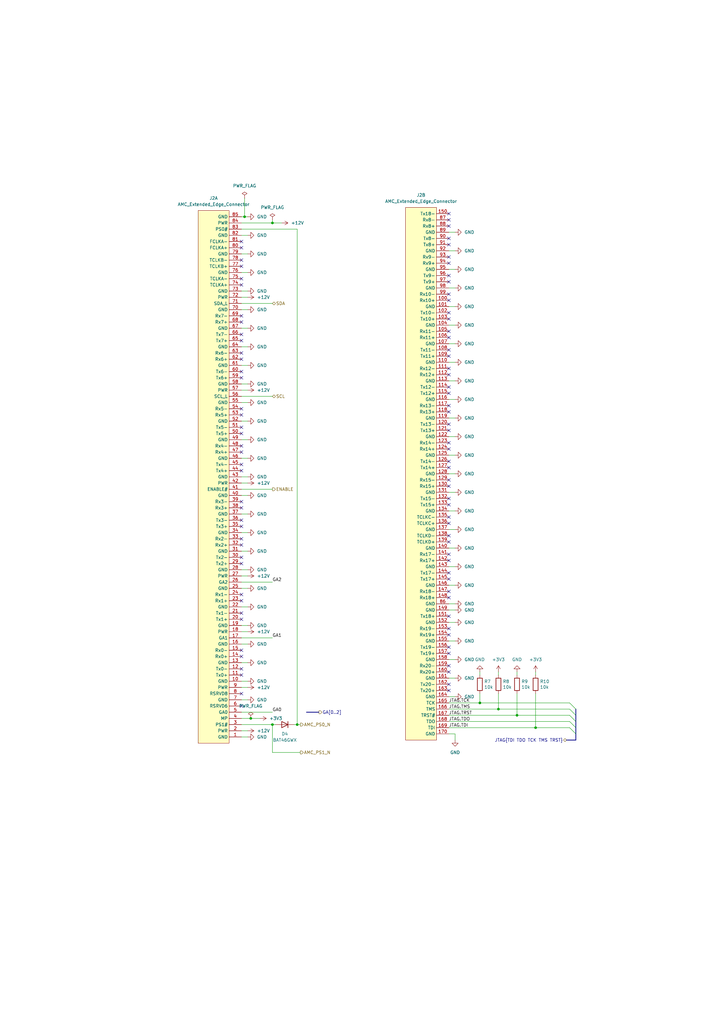
<source format=kicad_sch>
(kicad_sch (version 20211123) (generator eeschema)
  (paper "A3" portrait)
  (title_block (title "AMC Template") (date "2022-09-07") (rev "1.0") (company "Karlsruhe Institute of Technology (KIT)") (comment 1 "Institute for Data Processing and Electronics (IPE)") (comment 2 "Carsten Schmerbeck") (comment 3 "Luis Ardila") (comment 4 "Licensed under CERN-OHL-P v2"))
  (lib_symbols
    (symbol "AMC_Extended_Edge_Connector_1"
      (property "Reference" "J" (at 2.54 5.08 0))
      (property "Value" "AMC_Extended_Edge_Connector_1" (at -7.62 5.08 0))
      (symbol "AMC_Extended_Edge_Connector_1_0_1"
        (rectangle (start 0 2.54) (end -12.7 -215.9) (fill (type background)))
      )
      (symbol "AMC_Extended_Edge_Connector_1_1_0"
        (pin power_in line (at 5.08 -213.36 180) (length 5.08) (name "GND") (number "1"))
        (pin power_in line (at 5.08 -190.5 180) (length 5.08) (name "GND") (number "10"))
        (pin output line (at 5.08 -187.96 180) (length 5.08) (name "Tx0+") (number "11"))
        (pin output line (at 5.08 -185.42 180) (length 5.08) (name "Tx0-") (number "12"))
        (pin power_in line (at 5.08 -182.88 180) (length 5.08) (name "GND") (number "13"))
        (pin input line (at 5.08 -180.34 180) (length 5.08) (name "Rx0+") (number "14"))
        (pin input line (at 5.08 -177.8 180) (length 5.08) (name "Rx0-") (number "15"))
        (pin power_in line (at 5.08 -175.26 180) (length 5.08) (name "GND") (number "16"))
        (pin bidirectional line (at 5.08 -172.72 180) (length 5.08) (name "GA1") (number "17"))
        (pin power_in line (at 5.08 -170.18 180) (length 5.08) (name "PWR") (number "18"))
        (pin power_in line (at 5.08 -167.64 180) (length 5.08) (name "GND") (number "19"))
        (pin power_in line (at 5.08 -210.82 180) (length 5.08) (name "PWR") (number "2"))
        (pin output line (at 5.08 -165.1 180) (length 5.08) (name "Tx1+") (number "20"))
        (pin output line (at 5.08 -162.56 180) (length 5.08) (name "Tx1-") (number "21"))
        (pin power_in line (at 5.08 -160.02 180) (length 5.08) (name "GND") (number "22"))
        (pin input line (at 5.08 -157.48 180) (length 5.08) (name "Rx1+") (number "23"))
        (pin input line (at 5.08 -154.94 180) (length 5.08) (name "Rx1-") (number "24"))
        (pin power_in line (at 5.08 -152.4 180) (length 5.08) (name "GND") (number "25"))
        (pin bidirectional line (at 5.08 -149.86 180) (length 5.08) (name "GA2") (number "26"))
        (pin power_in line (at 5.08 -147.32 180) (length 5.08) (name "PWR") (number "27"))
        (pin power_in line (at 5.08 -144.78 180) (length 5.08) (name "GND") (number "28"))
        (pin output line (at 5.08 -142.24 180) (length 5.08) (name "Tx2+") (number "29"))
        (pin bidirectional line (at 5.08 -208.28 180) (length 5.08) (name "PS1#") (number "3"))
        (pin output line (at 5.08 -139.7 180) (length 5.08) (name "Tx2-") (number "30"))
        (pin power_in line (at 5.08 -137.16 180) (length 5.08) (name "GND") (number "31"))
        (pin input line (at 5.08 -134.62 180) (length 5.08) (name "Rx2+") (number "32"))
        (pin input line (at 5.08 -132.08 180) (length 5.08) (name "Rx2-") (number "33"))
        (pin power_in line (at 5.08 -129.54 180) (length 5.08) (name "GND") (number "34"))
        (pin output line (at 5.08 -127 180) (length 5.08) (name "Tx3+") (number "35"))
        (pin output line (at 5.08 -124.46 180) (length 5.08) (name "Tx3-") (number "36"))
        (pin power_in line (at 5.08 -121.92 180) (length 5.08) (name "GND") (number "37"))
        (pin input line (at 5.08 -119.38 180) (length 5.08) (name "Rx3+") (number "38"))
        (pin input line (at 5.08 -116.84 180) (length 5.08) (name "Rx3-") (number "39"))
        (pin passive line (at 5.08 -205.74 180) (length 5.08) (name "MP") (number "4"))
        (pin power_in line (at 5.08 -114.3 180) (length 5.08) (name "GND") (number "40"))
        (pin input line (at 5.08 -111.76 180) (length 5.08) (name "ENABLE#") (number "41"))
        (pin power_in line (at 5.08 -109.22 180) (length 5.08) (name "PWR") (number "42"))
        (pin power_in line (at 5.08 -106.68 180) (length 5.08) (name "GND") (number "43"))
        (pin output line (at 5.08 -104.14 180) (length 5.08) (name "Tx4+") (number "44"))
        (pin output line (at 5.08 -101.6 180) (length 5.08) (name "Tx4-") (number "45"))
        (pin power_in line (at 5.08 -99.06 180) (length 5.08) (name "GND") (number "46"))
        (pin input line (at 5.08 -96.52 180) (length 5.08) (name "Rx4+") (number "47"))
        (pin input line (at 5.08 -93.98 180) (length 5.08) (name "Rx4-") (number "48"))
        (pin power_in line (at 5.08 -91.44 180) (length 5.08) (name "GND") (number "49"))
        (pin bidirectional line (at 5.08 -203.2 180) (length 5.08) (name "GA0") (number "5"))
        (pin output line (at 5.08 -88.9 180) (length 5.08) (name "Tx5+") (number "50"))
        (pin output line (at 5.08 -86.36 180) (length 5.08) (name "Tx5-") (number "51"))
        (pin power_in line (at 5.08 -83.82 180) (length 5.08) (name "GND") (number "52"))
        (pin input line (at 5.08 -81.28 180) (length 5.08) (name "Rx5+") (number "53"))
        (pin input line (at 5.08 -78.74 180) (length 5.08) (name "Rx5-") (number "54"))
        (pin power_in line (at 5.08 -76.2 180) (length 5.08) (name "GND") (number "55"))
        (pin bidirectional line (at 5.08 -73.66 180) (length 5.08) (name "SCL_L") (number "56"))
        (pin power_in line (at 5.08 -71.12 180) (length 5.08) (name "PWR") (number "57"))
        (pin power_in line (at 5.08 -68.58 180) (length 5.08) (name "GND") (number "58"))
        (pin output line (at 5.08 -66.04 180) (length 5.08) (name "Tx6+") (number "59"))
        (pin bidirectional line (at 5.08 -200.66 180) (length 5.08) (name "RSRVD6") (number "6"))
        (pin output line (at 5.08 -63.5 180) (length 5.08) (name "Tx6-") (number "60"))
        (pin power_in line (at 5.08 -60.96 180) (length 5.08) (name "GND") (number "61"))
        (pin input line (at 5.08 -58.42 180) (length 5.08) (name "Rx6+") (number "62"))
        (pin input line (at 5.08 -55.88 180) (length 5.08) (name "Rx6-") (number "63"))
        (pin power_in line (at 5.08 -53.34 180) (length 5.08) (name "GND") (number "64"))
        (pin output line (at 5.08 -50.8 180) (length 5.08) (name "Tx7+") (number "65"))
        (pin output line (at 5.08 -48.26 180) (length 5.08) (name "Tx7-") (number "66"))
        (pin power_in line (at 5.08 -45.72 180) (length 5.08) (name "GND") (number "67"))
        (pin input line (at 5.08 -43.18 180) (length 5.08) (name "Rx7+") (number "68"))
        (pin input line (at 5.08 -40.64 180) (length 5.08) (name "Rx7-") (number "69"))
        (pin power_in line (at 5.08 -198.12 180) (length 5.08) (name "GND") (number "7"))
        (pin power_in line (at 5.08 -38.1 180) (length 5.08) (name "GND") (number "70"))
        (pin bidirectional line (at 5.08 -35.56 180) (length 5.08) (name "SDA_L") (number "71"))
        (pin power_in line (at 5.08 -33.02 180) (length 5.08) (name "PWR") (number "72"))
        (pin power_in line (at 5.08 -30.48 180) (length 5.08) (name "GND") (number "73"))
        (pin bidirectional line (at 5.08 -27.94 180) (length 5.08) (name "TCLKA+") (number "74"))
        (pin bidirectional line (at 5.08 -25.4 180) (length 5.08) (name "TCLKA-") (number "75"))
        (pin power_in line (at 5.08 -22.86 180) (length 5.08) (name "GND") (number "76"))
        (pin bidirectional line (at 5.08 -20.32 180) (length 5.08) (name "TCLKB+") (number "77"))
        (pin bidirectional line (at 5.08 -17.78 180) (length 5.08) (name "TCLKB-") (number "78"))
        (pin power_in line (at 5.08 -15.24 180) (length 5.08) (name "GND") (number "79"))
        (pin bidirectional line (at 5.08 -195.58 180) (length 5.08) (name "RSRVD8") (number "8"))
        (pin bidirectional line (at 5.08 -12.7 180) (length 5.08) (name "FCLKA+") (number "80"))
        (pin bidirectional line (at 5.08 -10.16 180) (length 5.08) (name "FCLKA-") (number "81"))
        (pin power_in line (at 5.08 -7.62 180) (length 5.08) (name "GND") (number "82"))
        (pin bidirectional line (at 5.08 -5.08 180) (length 5.08) (name "PS0#") (number "83"))
        (pin power_in line (at 5.08 -2.54 180) (length 5.08) (name "PWR") (number "84"))
        (pin power_in line (at 5.08 0 180) (length 5.08) (name "GND") (number "85"))
        (pin power_in line (at 5.08 -193.04 180) (length 5.08) (name "PWR") (number "9"))
      )
      (symbol "AMC_Extended_Edge_Connector_1_1_1"
        (rectangle (start -246.38 -12.7) (end -246.38 -12.7))
        (rectangle (start -246.38 -12.7) (end -246.38 -12.7))
        (rectangle (start -246.38 -12.7) (end -246.38 -12.7))
      )
      (symbol "AMC_Extended_Edge_Connector_1_2_0"
        (pin input line (at 5.08 -35.56 180) (length 5.08) (name "Rx10+") (number "100"))
        (pin power_in line (at 5.08 -38.1 180) (length 5.08) (name "GND") (number "101"))
        (pin output line (at 5.08 -40.64 180) (length 5.08) (name "Tx10-") (number "102"))
        (pin output line (at 5.08 -43.18 180) (length 5.08) (name "Tx10+") (number "103"))
        (pin power_in line (at 5.08 -45.72 180) (length 5.08) (name "GND") (number "104"))
        (pin input line (at 5.08 -48.26 180) (length 5.08) (name "Rx11-") (number "105"))
        (pin input line (at 5.08 -50.8 180) (length 5.08) (name "Rx11+") (number "106"))
        (pin power_in line (at 5.08 -53.34 180) (length 5.08) (name "GND") (number "107"))
        (pin output line (at 5.08 -55.88 180) (length 5.08) (name "Tx11-") (number "108"))
        (pin output line (at 5.08 -58.42 180) (length 5.08) (name "Tx11+") (number "109"))
        (pin power_in line (at 5.08 -60.96 180) (length 5.08) (name "GND") (number "110"))
        (pin input line (at 5.08 -63.5 180) (length 5.08) (name "Rx12-") (number "111"))
        (pin input line (at 5.08 -66.04 180) (length 5.08) (name "Rx12+") (number "112"))
        (pin power_in line (at 5.08 -68.58 180) (length 5.08) (name "GND") (number "113"))
        (pin output line (at 5.08 -71.12 180) (length 5.08) (name "Tx12-") (number "114"))
        (pin output line (at 5.08 -73.66 180) (length 5.08) (name "Tx12+") (number "115"))
        (pin power_in line (at 5.08 -76.2 180) (length 5.08) (name "GND") (number "116"))
        (pin input line (at 5.08 -78.74 180) (length 5.08) (name "Rx13-") (number "117"))
        (pin input line (at 5.08 -81.28 180) (length 5.08) (name "Rx13+") (number "118"))
        (pin power_in line (at 5.08 -83.82 180) (length 5.08) (name "GND") (number "119"))
        (pin output line (at 5.08 -86.36 180) (length 5.08) (name "Tx13-") (number "120"))
        (pin output line (at 5.08 -88.9 180) (length 5.08) (name "Tx13+") (number "121"))
        (pin power_in line (at 5.08 -91.44 180) (length 5.08) (name "GND") (number "122"))
        (pin input line (at 5.08 -93.98 180) (length 5.08) (name "Rx14-") (number "123"))
        (pin input line (at 5.08 -96.52 180) (length 5.08) (name "Rx14+") (number "124"))
        (pin power_in line (at 5.08 -99.06 180) (length 5.08) (name "GND") (number "125"))
        (pin output line (at 5.08 -101.6 180) (length 5.08) (name "Tx14-") (number "126"))
        (pin output line (at 5.08 -104.14 180) (length 5.08) (name "Tx14+") (number "127"))
        (pin power_in line (at 5.08 -106.68 180) (length 5.08) (name "GND") (number "128"))
        (pin input line (at 5.08 -109.22 180) (length 5.08) (name "Rx15-") (number "129"))
        (pin input line (at 5.08 -111.76 180) (length 5.08) (name "Rx15+") (number "130"))
        (pin power_in line (at 5.08 -114.3 180) (length 5.08) (name "GND") (number "131"))
        (pin output line (at 5.08 -116.84 180) (length 5.08) (name "Tx15-") (number "132"))
        (pin output line (at 5.08 -119.38 180) (length 5.08) (name "Tx15+") (number "133"))
        (pin power_in line (at 5.08 -121.92 180) (length 5.08) (name "GND") (number "134"))
        (pin bidirectional line (at 5.08 -124.46 180) (length 5.08) (name "TCLKC-") (number "135"))
        (pin bidirectional line (at 5.08 -127 180) (length 5.08) (name "TCLKC+") (number "136"))
        (pin power_in line (at 5.08 -129.54 180) (length 5.08) (name "GND") (number "137"))
        (pin bidirectional line (at 5.08 -132.08 180) (length 5.08) (name "TCLKD-") (number "138"))
        (pin bidirectional line (at 5.08 -134.62 180) (length 5.08) (name "TCLKD+") (number "139"))
        (pin power_in line (at 5.08 -137.16 180) (length 5.08) (name "GND") (number "140"))
        (pin input line (at 5.08 -139.7 180) (length 5.08) (name "Rx17-") (number "141"))
        (pin input line (at 5.08 -142.24 180) (length 5.08) (name "Rx17+") (number "142"))
        (pin power_in line (at 5.08 -144.78 180) (length 5.08) (name "GND") (number "143"))
        (pin output line (at 5.08 -147.32 180) (length 5.08) (name "Tx17-") (number "144"))
        (pin output line (at 5.08 -149.86 180) (length 5.08) (name "Tx17+") (number "145"))
        (pin power_in line (at 5.08 -152.4 180) (length 5.08) (name "GND") (number "146"))
        (pin input line (at 5.08 -154.94 180) (length 5.08) (name "Rx18-") (number "147"))
        (pin input line (at 5.08 -157.48 180) (length 5.08) (name "Rx18+") (number "148"))
        (pin power_in line (at 5.08 -162.56 180) (length 5.08) (name "GND") (number "149"))
        (pin output line (at 5.08 0 180) (length 5.08) (name "Tx18-") (number "150"))
        (pin output line (at 5.08 -165.1 180) (length 5.08) (name "Tx18+") (number "151"))
        (pin power_in line (at 5.08 -167.64 180) (length 5.08) (name "GND") (number "152"))
        (pin input line (at 5.08 -170.18 180) (length 5.08) (name "Rx19-") (number "153"))
        (pin input line (at 5.08 -172.72 180) (length 5.08) (name "Rx19+") (number "154"))
        (pin power_in line (at 5.08 -175.26 180) (length 5.08) (name "GND") (number "155"))
        (pin output line (at 5.08 -177.8 180) (length 5.08) (name "Tx19-") (number "156"))
        (pin output line (at 5.08 -180.34 180) (length 5.08) (name "Tx19+") (number "157"))
        (pin power_in line (at 5.08 -182.88 180) (length 5.08) (name "GND") (number "158"))
        (pin input line (at 5.08 -185.42 180) (length 5.08) (name "Rx20-") (number "159"))
        (pin input line (at 5.08 -187.96 180) (length 5.08) (name "Rx20+") (number "160"))
        (pin power_in line (at 5.08 -190.5 180) (length 5.08) (name "GND") (number "161"))
        (pin output line (at 5.08 -193.04 180) (length 5.08) (name "Tx20-") (number "162"))
        (pin output line (at 5.08 -195.58 180) (length 5.08) (name "Tx20+") (number "163"))
        (pin power_in line (at 5.08 -198.12 180) (length 5.08) (name "GND") (number "164"))
        (pin bidirectional line (at 5.08 -200.66 180) (length 5.08) (name "TCK") (number "165"))
        (pin bidirectional line (at 5.08 -203.2 180) (length 5.08) (name "TMS") (number "166"))
        (pin bidirectional line (at 5.08 -205.74 180) (length 5.08) (name "TRST#") (number "167"))
        (pin output line (at 5.08 -208.28 180) (length 5.08) (name "TDO") (number "168"))
        (pin input line (at 5.08 -210.82 180) (length 5.08) (name "TDI") (number "169"))
        (pin power_in line (at 5.08 -213.36 180) (length 5.08) (name "GND") (number "170"))
        (pin power_in line (at 5.08 -160.02 180) (length 5.08) (name "GND") (number "86"))
        (pin input line (at 5.08 -2.54 180) (length 5.08) (name "Rx8-") (number "87"))
        (pin input line (at 5.08 -5.08 180) (length 5.08) (name "Rx8+") (number "88"))
        (pin power_in line (at 5.08 -7.62 180) (length 5.08) (name "GND") (number "89"))
        (pin output line (at 5.08 -10.16 180) (length 5.08) (name "Tx8-") (number "90"))
        (pin output line (at 5.08 -12.7 180) (length 5.08) (name "Tx8+") (number "91"))
        (pin power_in line (at 5.08 -15.24 180) (length 5.08) (name "GND") (number "92"))
        (pin input line (at 5.08 -17.78 180) (length 5.08) (name "Rx9-") (number "93"))
        (pin input line (at 5.08 -20.32 180) (length 5.08) (name "Rx9+") (number "94"))
        (pin power_in line (at 5.08 -22.86 180) (length 5.08) (name "GND") (number "95"))
        (pin output line (at 5.08 -25.4 180) (length 5.08) (name "Tx9-") (number "96"))
        (pin output line (at 5.08 -27.94 180) (length 5.08) (name "Tx9+") (number "97"))
        (pin power_in line (at 5.08 -30.48 180) (length 5.08) (name "GND") (number "98"))
        (pin input line (at 5.08 -33.02 180) (length 5.08) (name "Rx10-") (number "99"))
      )
    )
    (symbol "Device:D" (pin_numbers hide) (pin_names (offset 1.016) hide)
      (property "Reference" "D" (at 0 2.54 0))
      (property "Value" "D" (at 0 -2.54 0))
      (symbol "D_0_1"
        (polyline (pts (xy -1.27 1.27) (xy -1.27 -1.27)) (stroke (width 0.254)))
        (polyline (pts (xy 1.27 0) (xy -1.27 0)))
        (polyline (pts (xy 1.27 1.27) (xy 1.27 -1.27) (xy -1.27 0) (xy 1.27 1.27)) (stroke (width 0.254)))
      )
      (symbol "D_1_1"
        (pin passive line (at -3.81 0 0) (length 2.54) (name "K") (number "1"))
        (pin passive line (at 3.81 0 180) (length 2.54) (name "A") (number "2"))
      )
    )
    (symbol "Device:R" (pin_numbers hide) (pin_names (offset 0))
      (property "Reference" "R" (at 2.032 0 90))
      (property "Value" "R" (at 0 0 90))
      (symbol "R_0_1"
        (rectangle (start -1.016 -2.54) (end 1.016 2.54) (stroke (width 0.254)))
      )
      (symbol "R_1_1"
        (pin passive line (at 0 3.81 270) (length 1.27) (name "~") (number "1"))
        (pin passive line (at 0 -3.81 90) (length 1.27) (name "~") (number "2"))
      )
    )
    (symbol "KIT_Connector:AMC_Extended_Edge_Connector"
      (property "Reference" "J" (at 2.54 5.08 0))
      (property "Value" "AMC_Extended_Edge_Connector" (at -7.62 5.08 0))
      (symbol "AMC_Extended_Edge_Connector_0_1"
        (rectangle (start 0 2.54) (end -12.7 -215.9) (fill (type background)))
      )
      (symbol "AMC_Extended_Edge_Connector_1_0"
        (pin power_in line (at 5.08 -213.36 180) (length 5.08) (name "GND") (number "1"))
        (pin power_in line (at 5.08 -190.5 180) (length 5.08) (name "GND") (number "10"))
        (pin output line (at 5.08 -187.96 180) (length 5.08) (name "Tx0+") (number "11"))
        (pin output line (at 5.08 -185.42 180) (length 5.08) (name "Tx0-") (number "12"))
        (pin power_in line (at 5.08 -182.88 180) (length 5.08) (name "GND") (number "13"))
        (pin input line (at 5.08 -180.34 180) (length 5.08) (name "Rx0+") (number "14"))
        (pin input line (at 5.08 -177.8 180) (length 5.08) (name "Rx0-") (number "15"))
        (pin power_in line (at 5.08 -175.26 180) (length 5.08) (name "GND") (number "16"))
        (pin bidirectional line (at 5.08 -172.72 180) (length 5.08) (name "GA1") (number "17"))
        (pin power_in line (at 5.08 -170.18 180) (length 5.08) (name "PWR") (number "18"))
        (pin power_in line (at 5.08 -167.64 180) (length 5.08) (name "GND") (number "19"))
        (pin power_in line (at 5.08 -210.82 180) (length 5.08) (name "PWR") (number "2"))
        (pin output line (at 5.08 -165.1 180) (length 5.08) (name "Tx1+") (number "20"))
        (pin output line (at 5.08 -162.56 180) (length 5.08) (name "Tx1-") (number "21"))
        (pin power_in line (at 5.08 -160.02 180) (length 5.08) (name "GND") (number "22"))
        (pin input line (at 5.08 -157.48 180) (length 5.08) (name "Rx1+") (number "23"))
        (pin input line (at 5.08 -154.94 180) (length 5.08) (name "Rx1-") (number "24"))
        (pin power_in line (at 5.08 -152.4 180) (length 5.08) (name "GND") (number "25"))
        (pin bidirectional line (at 5.08 -149.86 180) (length 5.08) (name "GA2") (number "26"))
        (pin power_in line (at 5.08 -147.32 180) (length 5.08) (name "PWR") (number "27"))
        (pin power_in line (at 5.08 -144.78 180) (length 5.08) (name "GND") (number "28"))
        (pin output line (at 5.08 -142.24 180) (length 5.08) (name "Tx2+") (number "29"))
        (pin bidirectional line (at 5.08 -208.28 180) (length 5.08) (name "PS1#") (number "3"))
        (pin output line (at 5.08 -139.7 180) (length 5.08) (name "Tx2-") (number "30"))
        (pin power_in line (at 5.08 -137.16 180) (length 5.08) (name "GND") (number "31"))
        (pin input line (at 5.08 -134.62 180) (length 5.08) (name "Rx2+") (number "32"))
        (pin input line (at 5.08 -132.08 180) (length 5.08) (name "Rx2-") (number "33"))
        (pin power_in line (at 5.08 -129.54 180) (length 5.08) (name "GND") (number "34"))
        (pin output line (at 5.08 -127 180) (length 5.08) (name "Tx3+") (number "35"))
        (pin output line (at 5.08 -124.46 180) (length 5.08) (name "Tx3-") (number "36"))
        (pin power_in line (at 5.08 -121.92 180) (length 5.08) (name "GND") (number "37"))
        (pin input line (at 5.08 -119.38 180) (length 5.08) (name "Rx3+") (number "38"))
        (pin input line (at 5.08 -116.84 180) (length 5.08) (name "Rx3-") (number "39"))
        (pin passive line (at 5.08 -205.74 180) (length 5.08) (name "MP") (number "4"))
        (pin power_in line (at 5.08 -114.3 180) (length 5.08) (name "GND") (number "40"))
        (pin input line (at 5.08 -111.76 180) (length 5.08) (name "ENABLE#") (number "41"))
        (pin power_in line (at 5.08 -109.22 180) (length 5.08) (name "PWR") (number "42"))
        (pin power_in line (at 5.08 -106.68 180) (length 5.08) (name "GND") (number "43"))
        (pin output line (at 5.08 -104.14 180) (length 5.08) (name "Tx4+") (number "44"))
        (pin output line (at 5.08 -101.6 180) (length 5.08) (name "Tx4-") (number "45"))
        (pin power_in line (at 5.08 -99.06 180) (length 5.08) (name "GND") (number "46"))
        (pin input line (at 5.08 -96.52 180) (length 5.08) (name "Rx4+") (number "47"))
        (pin input line (at 5.08 -93.98 180) (length 5.08) (name "Rx4-") (number "48"))
        (pin power_in line (at 5.08 -91.44 180) (length 5.08) (name "GND") (number "49"))
        (pin bidirectional line (at 5.08 -203.2 180) (length 5.08) (name "GA0") (number "5"))
        (pin output line (at 5.08 -88.9 180) (length 5.08) (name "Tx5+") (number "50"))
        (pin output line (at 5.08 -86.36 180) (length 5.08) (name "Tx5-") (number "51"))
        (pin power_in line (at 5.08 -83.82 180) (length 5.08) (name "GND") (number "52"))
        (pin input line (at 5.08 -81.28 180) (length 5.08) (name "Rx5+") (number "53"))
        (pin input line (at 5.08 -78.74 180) (length 5.08) (name "Rx5-") (number "54"))
        (pin power_in line (at 5.08 -76.2 180) (length 5.08) (name "GND") (number "55"))
        (pin bidirectional line (at 5.08 -73.66 180) (length 5.08) (name "SCL_L") (number "56"))
        (pin power_in line (at 5.08 -71.12 180) (length 5.08) (name "PWR") (number "57"))
        (pin power_in line (at 5.08 -68.58 180) (length 5.08) (name "GND") (number "58"))
        (pin output line (at 5.08 -66.04 180) (length 5.08) (name "Tx6+") (number "59"))
        (pin bidirectional line (at 5.08 -200.66 180) (length 5.08) (name "RSRVD6") (number "6"))
        (pin output line (at 5.08 -63.5 180) (length 5.08) (name "Tx6-") (number "60"))
        (pin power_in line (at 5.08 -60.96 180) (length 5.08) (name "GND") (number "61"))
        (pin input line (at 5.08 -58.42 180) (length 5.08) (name "Rx6+") (number "62"))
        (pin input line (at 5.08 -55.88 180) (length 5.08) (name "Rx6-") (number "63"))
        (pin power_in line (at 5.08 -53.34 180) (length 5.08) (name "GND") (number "64"))
        (pin output line (at 5.08 -50.8 180) (length 5.08) (name "Tx7+") (number "65"))
        (pin output line (at 5.08 -48.26 180) (length 5.08) (name "Tx7-") (number "66"))
        (pin power_in line (at 5.08 -45.72 180) (length 5.08) (name "GND") (number "67"))
        (pin input line (at 5.08 -43.18 180) (length 5.08) (name "Rx7+") (number "68"))
        (pin input line (at 5.08 -40.64 180) (length 5.08) (name "Rx7-") (number "69"))
        (pin power_in line (at 5.08 -198.12 180) (length 5.08) (name "GND") (number "7"))
        (pin power_in line (at 5.08 -38.1 180) (length 5.08) (name "GND") (number "70"))
        (pin bidirectional line (at 5.08 -35.56 180) (length 5.08) (name "SDA_L") (number "71"))
        (pin power_in line (at 5.08 -33.02 180) (length 5.08) (name "PWR") (number "72"))
        (pin power_in line (at 5.08 -30.48 180) (length 5.08) (name "GND") (number "73"))
        (pin bidirectional line (at 5.08 -27.94 180) (length 5.08) (name "TCLKA+") (number "74"))
        (pin bidirectional line (at 5.08 -25.4 180) (length 5.08) (name "TCLKA-") (number "75"))
        (pin power_in line (at 5.08 -22.86 180) (length 5.08) (name "GND") (number "76"))
        (pin bidirectional line (at 5.08 -20.32 180) (length 5.08) (name "TCLKB+") (number "77"))
        (pin bidirectional line (at 5.08 -17.78 180) (length 5.08) (name "TCLKB-") (number "78"))
        (pin power_in line (at 5.08 -15.24 180) (length 5.08) (name "GND") (number "79"))
        (pin bidirectional line (at 5.08 -195.58 180) (length 5.08) (name "RSRVD8") (number "8"))
        (pin bidirectional line (at 5.08 -12.7 180) (length 5.08) (name "FCLKA+") (number "80"))
        (pin bidirectional line (at 5.08 -10.16 180) (length 5.08) (name "FCLKA-") (number "81"))
        (pin power_in line (at 5.08 -7.62 180) (length 5.08) (name "GND") (number "82"))
        (pin bidirectional line (at 5.08 -5.08 180) (length 5.08) (name "PS0#") (number "83"))
        (pin power_in line (at 5.08 -2.54 180) (length 5.08) (name "PWR") (number "84"))
        (pin power_in line (at 5.08 0 180) (length 5.08) (name "GND") (number "85"))
        (pin power_in line (at 5.08 -193.04 180) (length 5.08) (name "PWR") (number "9"))
      )
      (symbol "AMC_Extended_Edge_Connector_1_1"
        (rectangle (start -246.38 -12.7) (end -246.38 -12.7))
        (rectangle (start -246.38 -12.7) (end -246.38 -12.7))
        (rectangle (start -246.38 -12.7) (end -246.38 -12.7))
      )
      (symbol "AMC_Extended_Edge_Connector_2_0"
        (pin input line (at 5.08 -35.56 180) (length 5.08) (name "Rx10+") (number "100"))
        (pin power_in line (at 5.08 -38.1 180) (length 5.08) (name "GND") (number "101"))
        (pin output line (at 5.08 -40.64 180) (length 5.08) (name "Tx10-") (number "102"))
        (pin output line (at 5.08 -43.18 180) (length 5.08) (name "Tx10+") (number "103"))
        (pin power_in line (at 5.08 -45.72 180) (length 5.08) (name "GND") (number "104"))
        (pin input line (at 5.08 -48.26 180) (length 5.08) (name "Rx11-") (number "105"))
        (pin input line (at 5.08 -50.8 180) (length 5.08) (name "Rx11+") (number "106"))
        (pin power_in line (at 5.08 -53.34 180) (length 5.08) (name "GND") (number "107"))
        (pin output line (at 5.08 -55.88 180) (length 5.08) (name "Tx11-") (number "108"))
        (pin output line (at 5.08 -58.42 180) (length 5.08) (name "Tx11+") (number "109"))
        (pin power_in line (at 5.08 -60.96 180) (length 5.08) (name "GND") (number "110"))
        (pin input line (at 5.08 -63.5 180) (length 5.08) (name "Rx12-") (number "111"))
        (pin input line (at 5.08 -66.04 180) (length 5.08) (name "Rx12+") (number "112"))
        (pin power_in line (at 5.08 -68.58 180) (length 5.08) (name "GND") (number "113"))
        (pin output line (at 5.08 -71.12 180) (length 5.08) (name "Tx12-") (number "114"))
        (pin output line (at 5.08 -73.66 180) (length 5.08) (name "Tx12+") (number "115"))
        (pin power_in line (at 5.08 -76.2 180) (length 5.08) (name "GND") (number "116"))
        (pin input line (at 5.08 -78.74 180) (length 5.08) (name "Rx13-") (number "117"))
        (pin input line (at 5.08 -81.28 180) (length 5.08) (name "Rx13+") (number "118"))
        (pin power_in line (at 5.08 -83.82 180) (length 5.08) (name "GND") (number "119"))
        (pin output line (at 5.08 -86.36 180) (length 5.08) (name "Tx13-") (number "120"))
        (pin output line (at 5.08 -88.9 180) (length 5.08) (name "Tx13+") (number "121"))
        (pin power_in line (at 5.08 -91.44 180) (length 5.08) (name "GND") (number "122"))
        (pin input line (at 5.08 -93.98 180) (length 5.08) (name "Rx14-") (number "123"))
        (pin input line (at 5.08 -96.52 180) (length 5.08) (name "Rx14+") (number "124"))
        (pin power_in line (at 5.08 -99.06 180) (length 5.08) (name "GND") (number "125"))
        (pin output line (at 5.08 -101.6 180) (length 5.08) (name "Tx14-") (number "126"))
        (pin output line (at 5.08 -104.14 180) (length 5.08) (name "Tx14+") (number "127"))
        (pin power_in line (at 5.08 -106.68 180) (length 5.08) (name "GND") (number "128"))
        (pin input line (at 5.08 -109.22 180) (length 5.08) (name "Rx15-") (number "129"))
        (pin input line (at 5.08 -111.76 180) (length 5.08) (name "Rx15+") (number "130"))
        (pin power_in line (at 5.08 -114.3 180) (length 5.08) (name "GND") (number "131"))
        (pin output line (at 5.08 -116.84 180) (length 5.08) (name "Tx15-") (number "132"))
        (pin output line (at 5.08 -119.38 180) (length 5.08) (name "Tx15+") (number "133"))
        (pin power_in line (at 5.08 -121.92 180) (length 5.08) (name "GND") (number "134"))
        (pin bidirectional line (at 5.08 -124.46 180) (length 5.08) (name "TCLKC-") (number "135"))
        (pin bidirectional line (at 5.08 -127 180) (length 5.08) (name "TCLKC+") (number "136"))
        (pin power_in line (at 5.08 -129.54 180) (length 5.08) (name "GND") (number "137"))
        (pin bidirectional line (at 5.08 -132.08 180) (length 5.08) (name "TCLKD-") (number "138"))
        (pin bidirectional line (at 5.08 -134.62 180) (length 5.08) (name "TCLKD+") (number "139"))
        (pin power_in line (at 5.08 -137.16 180) (length 5.08) (name "GND") (number "140"))
        (pin input line (at 5.08 -139.7 180) (length 5.08) (name "Rx17-") (number "141"))
        (pin input line (at 5.08 -142.24 180) (length 5.08) (name "Rx17+") (number "142"))
        (pin power_in line (at 5.08 -144.78 180) (length 5.08) (name "GND") (number "143"))
        (pin output line (at 5.08 -147.32 180) (length 5.08) (name "Tx17-") (number "144"))
        (pin output line (at 5.08 -149.86 180) (length 5.08) (name "Tx17+") (number "145"))
        (pin power_in line (at 5.08 -152.4 180) (length 5.08) (name "GND") (number "146"))
        (pin input line (at 5.08 -154.94 180) (length 5.08) (name "Rx18-") (number "147"))
        (pin input line (at 5.08 -157.48 180) (length 5.08) (name "Rx18+") (number "148"))
        (pin power_in line (at 5.08 -162.56 180) (length 5.08) (name "GND") (number "149"))
        (pin output line (at 5.08 0 180) (length 5.08) (name "Tx18-") (number "150"))
        (pin output line (at 5.08 -165.1 180) (length 5.08) (name "Tx18+") (number "151"))
        (pin power_in line (at 5.08 -167.64 180) (length 5.08) (name "GND") (number "152"))
        (pin input line (at 5.08 -170.18 180) (length 5.08) (name "Rx19-") (number "153"))
        (pin input line (at 5.08 -172.72 180) (length 5.08) (name "Rx19+") (number "154"))
        (pin power_in line (at 5.08 -175.26 180) (length 5.08) (name "GND") (number "155"))
        (pin output line (at 5.08 -177.8 180) (length 5.08) (name "Tx19-") (number "156"))
        (pin output line (at 5.08 -180.34 180) (length 5.08) (name "Tx19+") (number "157"))
        (pin power_in line (at 5.08 -182.88 180) (length 5.08) (name "GND") (number "158"))
        (pin input line (at 5.08 -185.42 180) (length 5.08) (name "Rx20-") (number "159"))
        (pin input line (at 5.08 -187.96 180) (length 5.08) (name "Rx20+") (number "160"))
        (pin power_in line (at 5.08 -190.5 180) (length 5.08) (name "GND") (number "161"))
        (pin output line (at 5.08 -193.04 180) (length 5.08) (name "Tx20-") (number "162"))
        (pin output line (at 5.08 -195.58 180) (length 5.08) (name "Tx20+") (number "163"))
        (pin power_in line (at 5.08 -198.12 180) (length 5.08) (name "GND") (number "164"))
        (pin bidirectional line (at 5.08 -200.66 180) (length 5.08) (name "TCK") (number "165"))
        (pin bidirectional line (at 5.08 -203.2 180) (length 5.08) (name "TMS") (number "166"))
        (pin bidirectional line (at 5.08 -205.74 180) (length 5.08) (name "TRST#") (number "167"))
        (pin output line (at 5.08 -208.28 180) (length 5.08) (name "TDO") (number "168"))
        (pin input line (at 5.08 -210.82 180) (length 5.08) (name "TDI") (number "169"))
        (pin power_in line (at 5.08 -213.36 180) (length 5.08) (name "GND") (number "170"))
        (pin power_in line (at 5.08 -160.02 180) (length 5.08) (name "GND") (number "86"))
        (pin input line (at 5.08 -2.54 180) (length 5.08) (name "Rx8-") (number "87"))
        (pin input line (at 5.08 -5.08 180) (length 5.08) (name "Rx8+") (number "88"))
        (pin power_in line (at 5.08 -7.62 180) (length 5.08) (name "GND") (number "89"))
        (pin output line (at 5.08 -10.16 180) (length 5.08) (name "Tx8-") (number "90"))
        (pin output line (at 5.08 -12.7 180) (length 5.08) (name "Tx8+") (number "91"))
        (pin power_in line (at 5.08 -15.24 180) (length 5.08) (name "GND") (number "92"))
        (pin input line (at 5.08 -17.78 180) (length 5.08) (name "Rx9-") (number "93"))
        (pin input line (at 5.08 -20.32 180) (length 5.08) (name "Rx9+") (number "94"))
        (pin power_in line (at 5.08 -22.86 180) (length 5.08) (name "GND") (number "95"))
        (pin output line (at 5.08 -25.4 180) (length 5.08) (name "Tx9-") (number "96"))
        (pin output line (at 5.08 -27.94 180) (length 5.08) (name "Tx9+") (number "97"))
        (pin power_in line (at 5.08 -30.48 180) (length 5.08) (name "GND") (number "98"))
        (pin input line (at 5.08 -33.02 180) (length 5.08) (name "Rx10-") (number "99"))
      )
    )
    (symbol "power:+12V" (power) (pin_names (offset 0))
      (property "Value" "+12V" (at 0 3.556 0))
      (symbol "+12V_0_1"
        (polyline (pts (xy -0.762 1.27) (xy 0 2.54)))
        (polyline (pts (xy 0 0) (xy 0 2.54)))
        (polyline (pts (xy 0 2.54) (xy 0.762 1.27)))
      )
      (symbol "+12V_1_1"
        (pin power_in line (at 0 0 90) (length 0) hide (name "+12V") (number "1"))
      )
    )
    (symbol "power:+3V3" (power) (pin_names (offset 0))
      (property "Value" "+3V3" (at 0 3.556 0))
      (symbol "+3V3_0_1"
        (polyline (pts (xy -0.762 1.27) (xy 0 2.54)))
        (polyline (pts (xy 0 0) (xy 0 2.54)))
        (polyline (pts (xy 0 2.54) (xy 0.762 1.27)))
      )
      (symbol "+3V3_1_1"
        (pin power_in line (at 0 0 90) (length 0) hide (name "+3V3") (number "1"))
      )
    )
    (symbol "power:GND" (power) (pin_names (offset 0))
      (property "Value" "GND" (at 0 -3.81 0))
      (symbol "GND_0_1"
        (polyline (pts (xy 0 0) (xy 0 -1.27) (xy 1.27 -1.27) (xy 0 -2.54) (xy -1.27 -1.27) (xy 0 -1.27)))
      )
      (symbol "GND_1_1"
        (pin power_in line (at 0 0 270) (length 0) hide (name "GND") (number "1"))
      )
    )
    (symbol "power:PWR_FLAG" (power) (pin_numbers hide) (pin_names (offset 0) hide)
      (property "Value" "PWR_FLAG" (at 0 3.81 0))
      (symbol "PWR_FLAG_0_0"
        (pin power_out line (at 0 0 90) (length 0) (name "pwr") (number "1"))
      )
      (symbol "PWR_FLAG_0_1"
        (polyline (pts (xy 0 0) (xy 0 1.27) (xy -1.016 1.905) (xy 0 2.54) (xy 1.016 1.905) (xy 0 1.27)))
      )
    )
  )
  (junction (at 100.33 88.9))
  (junction (at 204.47 290.83))
  (junction (at 196.85 288.29))
  (junction (at 111.76 91.44))
  (junction (at 219.71 298.45))
  (junction (at 121.92 297.18))
  (junction (at 102.87 294.64))
  (junction (at 111.76 297.18))
  (junction (at 212.09 293.37))
  (no_connect (at 99.06 185.42))
  (no_connect (at 99.06 276.86))
  (no_connect (at 184.15 115.57))
  (no_connect (at 184.15 273.05))
  (no_connect (at 184.15 135.89))
  (no_connect (at 184.15 166.37))
  (no_connect (at 99.06 223.52))
  (no_connect (at 99.06 254))
  (no_connect (at 184.15 97.79))
  (no_connect (at 99.06 243.84))
  (no_connect (at 99.06 177.8))
  (no_connect (at 184.15 176.53))
  (no_connect (at 99.06 170.18))
  (no_connect (at 99.06 167.64))
  (no_connect (at 184.15 219.71))
  (no_connect (at 184.15 100.33))
  (no_connect (at 99.06 231.14))
  (no_connect (at 184.15 204.47))
  (no_connect (at 99.06 147.32))
  (no_connect (at 184.15 92.71))
  (no_connect (at 99.06 289.56))
  (no_connect (at 99.06 284.48))
  (no_connect (at 184.15 143.51))
  (no_connect (at 184.15 128.27))
  (no_connect (at 99.06 215.9))
  (no_connect (at 184.15 229.87))
  (no_connect (at 99.06 205.74))
  (no_connect (at 184.15 275.59))
  (no_connect (at 99.06 228.6))
  (no_connect (at 184.15 267.97))
  (no_connect (at 184.15 214.63))
  (no_connect (at 99.06 208.28))
  (no_connect (at 184.15 120.65))
  (no_connect (at 184.15 222.25))
  (no_connect (at 99.06 251.46))
  (no_connect (at 184.15 113.03))
  (no_connect (at 99.06 154.94))
  (no_connect (at 99.06 129.54))
  (no_connect (at 184.15 245.11))
  (no_connect (at 184.15 184.15))
  (no_connect (at 184.15 207.01))
  (no_connect (at 184.15 181.61))
  (no_connect (at 184.15 252.73))
  (no_connect (at 184.15 107.95))
  (no_connect (at 184.15 153.67))
  (no_connect (at 184.15 189.23))
  (no_connect (at 184.15 227.33))
  (no_connect (at 184.15 105.41))
  (no_connect (at 184.15 161.29))
  (no_connect (at 184.15 87.63))
  (no_connect (at 184.15 168.91))
  (no_connect (at 184.15 130.81))
  (no_connect (at 99.06 175.26))
  (no_connect (at 99.06 246.38))
  (no_connect (at 184.15 280.67))
  (no_connect (at 99.06 213.36))
  (no_connect (at 99.06 144.78))
  (no_connect (at 184.15 158.75))
  (no_connect (at 184.15 123.19))
  (no_connect (at 184.15 191.77))
  (no_connect (at 184.15 146.05))
  (no_connect (at 99.06 269.24))
  (no_connect (at 184.15 173.99))
  (no_connect (at 184.15 90.17))
  (no_connect (at 184.15 260.35))
  (no_connect (at 99.06 274.32))
  (no_connect (at 99.06 220.98))
  (no_connect (at 99.06 114.3))
  (no_connect (at 99.06 116.84))
  (no_connect (at 99.06 132.08))
  (no_connect (at 184.15 283.21))
  (no_connect (at 184.15 212.09))
  (no_connect (at 99.06 152.4))
  (no_connect (at 184.15 138.43))
  (no_connect (at 184.15 199.39))
  (no_connect (at 99.06 109.22))
  (no_connect (at 99.06 99.06))
  (no_connect (at 99.06 101.6))
  (no_connect (at 99.06 106.68))
  (no_connect (at 184.15 242.57))
  (no_connect (at 99.06 137.16))
  (no_connect (at 99.06 190.5))
  (no_connect (at 184.15 265.43))
  (no_connect (at 184.15 196.85))
  (no_connect (at 184.15 237.49))
  (no_connect (at 184.15 234.95))
  (no_connect (at 99.06 139.7))
  (no_connect (at 99.06 182.88))
  (no_connect (at 184.15 151.13))
  (no_connect (at 99.06 193.04))
  (no_connect (at 99.06 266.7))
  (no_connect (at 184.15 257.81))
  (bus_entry (at 236.22 293.37) (size -2.54 -2.54))
  (bus_entry (at 236.22 298.45) (size -2.54 -2.54))
  (bus_entry (at 236.22 295.91) (size -2.54 -2.54))
  (bus_entry (at 236.22 290.83) (size -2.54 -2.54))
  (bus_entry (at 236.22 300.99) (size -2.54 -2.54))
  (bus (pts (xy 125.73 292.1) (xy 130.81 292.1)))
  (wire (pts (xy 184.15 140.97) (xy 186.69 140.97)))
  (wire (pts (xy 99.06 241.3) (xy 101.6 241.3)))
  (wire (pts (xy 99.06 149.86) (xy 101.6 149.86)))
  (wire (pts (xy 99.06 111.76) (xy 101.6 111.76)))
  (wire (pts (xy 100.33 81.28) (xy 100.33 88.9)))
  (wire (pts (xy 184.15 163.83) (xy 186.69 163.83)))
  (wire (pts (xy 99.06 294.64) (xy 102.87 294.64)))
  (wire (pts (xy 99.06 172.72) (xy 101.6 172.72)))
  (wire (pts (xy 100.33 88.9) (xy 101.6 88.9)))
  (wire (pts (xy 184.15 110.49) (xy 186.69 110.49)))
  (wire (pts (xy 204.47 275.59) (xy 204.47 276.86)))
  (wire (pts (xy 219.71 298.45) (xy 233.68 298.45)))
  (wire (pts (xy 99.06 299.72) (xy 101.6 299.72)))
  (wire (pts (xy 184.15 290.83) (xy 204.47 290.83)))
  (wire (pts (xy 196.85 275.59) (xy 196.85 276.86)))
  (wire (pts (xy 196.85 288.29) (xy 233.68 288.29)))
  (wire (pts (xy 186.69 300.99) (xy 186.69 303.53)))
  (wire (pts (xy 111.76 91.44) (xy 115.57 91.44)))
  (wire (pts (xy 184.15 133.35) (xy 186.69 133.35)))
  (wire (pts (xy 99.06 287.02) (xy 101.6 287.02)))
  (wire (pts (xy 99.06 281.94) (xy 101.6 281.94)))
  (wire (pts (xy 99.06 88.9) (xy 100.33 88.9)))
  (wire (pts (xy 121.92 297.18) (xy 123.19 297.18)))
  (wire (pts (xy 184.15 288.29) (xy 196.85 288.29)))
  (wire (pts (xy 184.15 217.17) (xy 186.69 217.17)))
  (wire (pts (xy 99.06 210.82) (xy 101.6 210.82)))
  (wire (pts (xy 99.06 180.34) (xy 101.6 180.34)))
  (wire (pts (xy 184.15 125.73) (xy 186.69 125.73)))
  (wire (pts (xy 99.06 134.62) (xy 101.6 134.62)))
  (wire (pts (xy 212.09 275.59) (xy 212.09 276.86)))
  (wire (pts (xy 99.06 256.54) (xy 101.6 256.54)))
  (bus (pts (xy 232.41 303.53) (xy 236.22 303.53)))
  (wire (pts (xy 184.15 156.21) (xy 186.69 156.21)))
  (wire (pts (xy 99.06 157.48) (xy 101.6 157.48)))
  (wire (pts (xy 111.76 90.17) (xy 111.76 91.44)))
  (wire (pts (xy 184.15 295.91) (xy 233.68 295.91)))
  (wire (pts (xy 99.06 226.06) (xy 101.6 226.06)))
  (wire (pts (xy 99.06 165.1) (xy 101.6 165.1)))
  (wire (pts (xy 219.71 275.59) (xy 219.71 276.86)))
  (wire (pts (xy 184.15 102.87) (xy 186.69 102.87)))
  (wire (pts (xy 99.06 259.08) (xy 101.6 259.08)))
  (bus (pts (xy 236.22 298.45) (xy 236.22 300.99)))
  (bus (pts (xy 236.22 303.53) (xy 236.22 300.99)))
  (wire (pts (xy 99.06 236.22) (xy 101.6 236.22)))
  (wire (pts (xy 184.15 209.55) (xy 186.69 209.55)))
  (wire (pts (xy 184.15 118.11) (xy 186.69 118.11)))
  (wire (pts (xy 99.06 200.66) (xy 111.76 200.66)))
  (wire (pts (xy 184.15 186.69) (xy 186.69 186.69)))
  (wire (pts (xy 102.87 294.64) (xy 106.68 294.64)))
  (wire (pts (xy 99.06 264.16) (xy 101.6 264.16)))
  (wire (pts (xy 99.06 198.12) (xy 101.6 198.12)))
  (wire (pts (xy 184.15 201.93) (xy 186.69 201.93)))
  (wire (pts (xy 184.15 285.75) (xy 186.69 285.75)))
  (wire (pts (xy 184.15 179.07) (xy 186.69 179.07)))
  (wire (pts (xy 184.15 262.89) (xy 186.69 262.89)))
  (wire (pts (xy 123.19 308.61) (xy 111.76 308.61)))
  (wire (pts (xy 184.15 270.51) (xy 186.69 270.51)))
  (wire (pts (xy 99.06 195.58) (xy 101.6 195.58)))
  (wire (pts (xy 99.06 218.44) (xy 101.6 218.44)))
  (wire (pts (xy 99.06 124.46) (xy 111.76 124.46)))
  (wire (pts (xy 99.06 91.44) (xy 111.76 91.44)))
  (wire (pts (xy 99.06 127) (xy 101.6 127)))
  (wire (pts (xy 99.06 279.4) (xy 101.6 279.4)))
  (wire (pts (xy 99.06 248.92) (xy 101.6 248.92)))
  (wire (pts (xy 121.92 297.18) (xy 121.92 93.98)))
  (wire (pts (xy 99.06 187.96) (xy 101.6 187.96)))
  (wire (pts (xy 99.06 96.52) (xy 101.6 96.52)))
  (wire (pts (xy 120.65 297.18) (xy 121.92 297.18)))
  (bus (pts (xy 236.22 290.83) (xy 236.22 293.37)))
  (wire (pts (xy 204.47 290.83) (xy 233.68 290.83)))
  (wire (pts (xy 111.76 297.18) (xy 113.03 297.18)))
  (wire (pts (xy 212.09 284.48) (xy 212.09 293.37)))
  (wire (pts (xy 99.06 142.24) (xy 101.6 142.24)))
  (wire (pts (xy 219.71 284.48) (xy 219.71 298.45)))
  (wire (pts (xy 99.06 261.62) (xy 111.76 261.62)))
  (wire (pts (xy 111.76 308.61) (xy 111.76 297.18)))
  (wire (pts (xy 99.06 292.1) (xy 111.76 292.1)))
  (wire (pts (xy 184.15 298.45) (xy 219.71 298.45)))
  (wire (pts (xy 99.06 162.56) (xy 111.76 162.56)))
  (wire (pts (xy 99.06 160.02) (xy 101.6 160.02)))
  (wire (pts (xy 184.15 95.25) (xy 186.69 95.25)))
  (wire (pts (xy 99.06 238.76) (xy 111.76 238.76)))
  (wire (pts (xy 184.15 232.41) (xy 186.69 232.41)))
  (bus (pts (xy 236.22 293.37) (xy 236.22 295.91)))
  (wire (pts (xy 99.06 271.78) (xy 101.6 271.78)))
  (wire (pts (xy 184.15 240.03) (xy 186.69 240.03)))
  (wire (pts (xy 212.09 293.37) (xy 233.68 293.37)))
  (bus (pts (xy 236.22 295.91) (xy 236.22 298.45)))
  (wire (pts (xy 184.15 255.27) (xy 186.69 255.27)))
  (wire (pts (xy 196.85 284.48) (xy 196.85 288.29)))
  (wire (pts (xy 184.15 293.37) (xy 212.09 293.37)))
  (wire (pts (xy 184.15 278.13) (xy 186.69 278.13)))
  (wire (pts (xy 184.15 247.65) (xy 186.69 247.65)))
  (wire (pts (xy 184.15 148.59) (xy 186.69 148.59)))
  (wire (pts (xy 184.15 194.31) (xy 186.69 194.31)))
  (wire (pts (xy 99.06 119.38) (xy 101.6 119.38)))
  (wire (pts (xy 204.47 284.48) (xy 204.47 290.83)))
  (wire (pts (xy 99.06 302.26) (xy 101.6 302.26)))
  (wire (pts (xy 99.06 121.92) (xy 101.6 121.92)))
  (wire (pts (xy 99.06 93.98) (xy 121.92 93.98)))
  (wire (pts (xy 184.15 171.45) (xy 186.69 171.45)))
  (wire (pts (xy 99.06 104.14) (xy 101.6 104.14)))
  (wire (pts (xy 184.15 250.19) (xy 186.69 250.19)))
  (wire (pts (xy 99.06 297.18) (xy 111.76 297.18)))
  (wire (pts (xy 99.06 233.68) (xy 101.6 233.68)))
  (wire (pts (xy 99.06 203.2) (xy 101.6 203.2)))
  (wire (pts (xy 186.69 300.99) (xy 184.15 300.99)))
  (wire (pts (xy 184.15 224.79) (xy 186.69 224.79)))
  (label "JTAG.TMS" (at 184.15 290.83 0))
  (label "JTAG.TDO" (at 184.15 295.91 0))
  (label "GA0" (at 111.76 292.1 0))
  (label "GA2" (at 111.76 238.76 0))
  (label "GA1" (at 111.76 261.62 0))
  (label "JTAG.TDI" (at 184.15 298.45 0))
  (label "JTAG.TRST" (at 184.15 293.37 0))
  (label "JTAG.TCK" (at 184.15 288.29 0))
  (hierarchical_label "GA[0..2]" (shape output) (at 130.81 292.1 0))
  (hierarchical_label "SCL" (shape bidirectional) (at 111.76 162.56 0))
  (hierarchical_label "SDA" (shape bidirectional) (at 111.76 124.46 0))
  (hierarchical_label "AMC_PS0_N" (shape output) (at 123.19 297.18 0))
  (hierarchical_label "ENABLE" (shape output) (at 111.76 200.66 0))
  (hierarchical_label "AMC_PS1_N" (shape output) (at 123.19 308.61 0))
  (hierarchical_label "JTAG{TDI TDO TCK TMS TRST}" (shape bidirectional) (at 232.41 303.53 180))
  (symbol (lib_id "power:GND") (at 101.6 104.14 90) (unit 1)
    (property "Reference" "#PWR013" (effects hide))
    (property "Value" "GND" (at 105.41 104.1399 90) (effects (justify right)))
  )
  (symbol (lib_id "power:GND") (at 186.69 171.45 90) (unit 1)
    (property "Reference" "#PWR058" (effects hide))
    (property "Value" "GND" (at 190.5 171.4499 90) (effects (justify right)))
  )
  (symbol (lib_id "power:+3V3") (at 219.71 275.59 0) (unit 1)
    (property "Reference" "#PWR079" (effects hide))
    (property "Value" "+3V3" (at 219.71 270.51 0))
  )
  (symbol (lib_id "power:GND") (at 196.85 275.59 180) (unit 1)
    (property "Reference" "#PWR076" (effects hide))
    (property "Value" "GND" (at 196.85 270.51 0))
  )
  (symbol (lib_id "power:GND") (at 101.6 279.4 90) (unit 1)
    (property "Reference" "#PWR041" (effects hide))
    (property "Value" "GND" (at 105.41 279.3999 90) (effects (justify right)))
  )
  (symbol (lib_id "power:GND") (at 186.69 247.65 90) (unit 1)
    (property "Reference" "#PWR068" (effects hide))
    (property "Value" "GND" (at 190.5 247.6499 90) (effects (justify right)))
  )
  (symbol (lib_id "power:PWR_FLAG") (at 111.76 90.17 0) (unit 1)
    (property "Reference" "#FLG02" (effects hide))
    (property "Value" "PWR_FLAG" (at 111.76 85.09 0))
  )
  (symbol (lib_id "power:GND") (at 101.6 233.68 90) (unit 1)
    (property "Reference" "#PWR033" (effects hide))
    (property "Value" "GND" (at 105.41 233.6799 90) (effects (justify right)))
  )
  (symbol (lib_id "power:GND") (at 186.69 232.41 90) (unit 1)
    (property "Reference" "#PWR066" (effects hide))
    (property "Value" "GND" (at 190.5 232.4099 90) (effects (justify right)))
  )
  (symbol (lib_id "power:GND") (at 101.6 271.78 90) (unit 1)
    (property "Reference" "#PWR040" (effects hide))
    (property "Value" "GND" (at 105.41 271.7799 90) (effects (justify right)))
  )
  (symbol (lib_id "power:GND") (at 186.69 125.73 90) (unit 1)
    (property "Reference" "#PWR052" (effects hide))
    (property "Value" "GND" (at 190.5 125.7299 90) (effects (justify right)))
  )
  (symbol (lib_id "power:+12V") (at 101.6 121.92 270) (unit 1)
    (property "Reference" "#PWR016" (effects hide))
    (property "Value" "+12V" (at 105.41 121.9199 90) (effects (justify left)))
  )
  (symbol (lib_id "power:GND") (at 186.69 224.79 90) (unit 1)
    (property "Reference" "#PWR065" (effects hide))
    (property "Value" "GND" (at 190.5 224.7899 90) (effects (justify right)))
  )
  (symbol (lib_id "power:GND") (at 186.69 285.75 90) (unit 1)
    (property "Reference" "#PWR074" (effects hide))
    (property "Value" "GND" (at 190.5 285.7499 90) (effects (justify right)))
  )
  (symbol (lib_id "power:GND") (at 101.6 88.9 90) (unit 1)
    (property "Reference" "#PWR011" (effects hide))
    (property "Value" "GND" (at 105.41 88.8999 90) (effects (justify right)))
  )
  (symbol (lib_id "power:GND") (at 101.6 96.52 90) (unit 1)
    (property "Reference" "#PWR012" (effects hide))
    (property "Value" "GND" (at 105.41 96.5199 90) (effects (justify right)))
  )
  (symbol (lib_id "power:GND") (at 101.6 248.92 90) (unit 1)
    (property "Reference" "#PWR036" (effects hide))
    (property "Value" "GND" (at 105.41 248.9199 90) (effects (justify right)))
  )
  (symbol (lib_id "power:GND") (at 186.69 148.59 90) (unit 1)
    (property "Reference" "#PWR055" (effects hide))
    (property "Value" "GND" (at 190.5 148.5899 90) (effects (justify right)))
  )
  (symbol (lib_id "power:GND") (at 186.69 194.31 90) (unit 1)
    (property "Reference" "#PWR061" (effects hide))
    (property "Value" "GND" (at 190.5 194.3099 90) (effects (justify right)))
  )
  (symbol (lib_id "power:GND") (at 212.09 275.59 180) (unit 1)
    (property "Reference" "#PWR078" (effects hide))
    (property "Value" "GND" (at 212.09 270.51 0))
  )
  (symbol (lib_id "power:GND") (at 186.69 179.07 90) (unit 1)
    (property "Reference" "#PWR059" (effects hide))
    (property "Value" "GND" (at 190.5 179.0699 90) (effects (justify right)))
  )
  (symbol (lib_name "AMC_Extended_Edge_Connector_1") (lib_id "KIT_Connector:AMC_Extended_Edge_Connector") (at 179.07 87.63 0) (unit 2)
    (property "Reference" "J2" (at 172.72 80.01 0))
    (property "Value" "AMC_Extended_Edge_Connector" (at 172.72 82.55 0))
    (property "Footprint" "KIT_Connector:AMC Card-edge" (effects hide))
    (property "stock" "PCB" (effects hide))
  )
  (symbol (lib_id "power:+12V") (at 101.6 259.08 270) (unit 1)
    (property "Reference" "#PWR038" (effects hide))
    (property "Value" "+12V" (at 105.41 259.0799 90) (effects (justify left)))
  )
  (symbol (lib_id "power:GND") (at 101.6 195.58 90) (unit 1)
    (property "Reference" "#PWR027" (effects hide))
    (property "Value" "GND" (at 105.41 195.5799 90) (effects (justify right)))
  )
  (symbol (lib_id "power:+3V3") (at 106.68 294.64 270) (unit 1)
    (property "Reference" "#PWR046" (effects hide))
    (property "Value" "+3V3" (at 110.49 294.6399 90) (effects (justify left)))
  )
  (symbol (lib_id "power:+12V") (at 115.57 91.44 270) (unit 1)
    (property "Reference" "#PWR047" (effects hide))
    (property "Value" "+12V" (at 119.38 91.4399 90) (effects (justify left)))
  )
  (symbol (lib_id "power:GND") (at 186.69 163.83 90) (unit 1)
    (property "Reference" "#PWR057" (effects hide))
    (property "Value" "GND" (at 190.5 163.8299 90) (effects (justify right)))
  )
  (symbol (lib_id "power:GND") (at 101.6 165.1 90) (unit 1)
    (property "Reference" "#PWR023" (effects hide))
    (property "Value" "GND" (at 105.41 165.0999 90) (effects (justify right)))
  )
  (symbol (lib_id "power:PWR_FLAG") (at 100.33 81.28 0) (unit 1)
    (property "Reference" "#FLG0102" (effects hide))
    (property "Value" "PWR_FLAG" (at 100.33 76.2 0))
  )
  (symbol (lib_id "power:+12V") (at 101.6 281.94 270) (unit 1)
    (property "Reference" "#PWR042" (effects hide))
    (property "Value" "+12V" (at 105.41 281.9399 90) (effects (justify left)))
  )
  (symbol (lib_id "power:GND") (at 101.6 256.54 90) (unit 1)
    (property "Reference" "#PWR037" (effects hide))
    (property "Value" "GND" (at 105.41 256.5399 90) (effects (justify right)))
  )
  (symbol (lib_id "power:GND") (at 101.6 302.26 90) (unit 1)
    (property "Reference" "#PWR045" (effects hide))
    (property "Value" "GND" (at 105.41 302.2599 90) (effects (justify right)))
  )
  (symbol (lib_id "power:GND") (at 186.69 201.93 90) (unit 1)
    (property "Reference" "#PWR062" (effects hide))
    (property "Value" "GND" (at 190.5 201.9299 90) (effects (justify right)))
  )
  (symbol (lib_id "power:GND") (at 186.69 118.11 90) (unit 1)
    (property "Reference" "#PWR051" (effects hide))
    (property "Value" "GND" (at 190.5 118.1099 90) (effects (justify right)))
  )
  (symbol (lib_id "power:+12V") (at 101.6 160.02 270) (unit 1)
    (property "Reference" "#PWR022" (effects hide))
    (property "Value" "+12V" (at 105.41 160.0199 90) (effects (justify left)))
  )
  (symbol (lib_id "power:GND") (at 186.69 140.97 90) (unit 1)
    (property "Reference" "#PWR054" (effects hide))
    (property "Value" "GND" (at 190.5 140.9699 90) (effects (justify right)))
  )
  (symbol (lib_id "power:GND") (at 101.6 187.96 90) (unit 1)
    (property "Reference" "#PWR026" (effects hide))
    (property "Value" "GND" (at 105.41 187.9599 90) (effects (justify right)))
  )
  (symbol (lib_id "power:GND") (at 186.69 278.13 90) (unit 1)
    (property "Reference" "#PWR073" (effects hide))
    (property "Value" "GND" (at 190.5 278.1299 90) (effects (justify right)))
  )
  (symbol (lib_id "power:+12V") (at 101.6 198.12 270) (unit 1)
    (property "Reference" "#PWR028" (effects hide))
    (property "Value" "+12V" (at 105.41 198.1199 90) (effects (justify left)))
  )
  (symbol (lib_id "power:GND") (at 101.6 172.72 90) (unit 1)
    (property "Reference" "#PWR024" (effects hide))
    (property "Value" "GND" (at 105.41 172.7199 90) (effects (justify right)))
  )
  (symbol (lib_id "power:GND") (at 186.69 95.25 90) (unit 1)
    (property "Reference" "#PWR048" (effects hide))
    (property "Value" "GND" (at 190.5 95.2499 90) (effects (justify right)))
  )
  (symbol (lib_id "power:GND") (at 101.6 127 90) (unit 1)
    (property "Reference" "#PWR017" (effects hide))
    (property "Value" "GND" (at 105.41 126.9999 90) (effects (justify right)))
  )
  (symbol (lib_id "Device:D") (at 116.84 297.18 180) (unit 1)
    (property "Reference" "D4" (at 116.84 300.99 0))
    (property "Value" "BAT46GWX" (at 116.84 303.53 0))
    (property "Footprint" "Diode_SMD:D_SOD-123" (effects hide))
    (property "Datasheet" "https://assets.nexperia.com/documents/data-sheet/BAT46GW.pdf" (effects hide))
    (property "manf" "Nexperia" (effects hide))
    (property "mouser#" "841-BAT46GWX" (effects hide))
    (property "digikey#" "1727-7325-1-ND" (effects hide))
    (property "manf#" "BAT46GWX" (effects hide))
  )
  (symbol (lib_id "power:GND") (at 101.6 149.86 90) (unit 1)
    (property "Reference" "#PWR020" (effects hide))
    (property "Value" "GND" (at 105.41 149.8599 90) (effects (justify right)))
  )
  (symbol (lib_id "power:GND") (at 101.6 142.24 90) (unit 1)
    (property "Reference" "#PWR019" (effects hide))
    (property "Value" "GND" (at 105.41 142.2399 90) (effects (justify right)))
  )
  (symbol (lib_id "power:GND") (at 186.69 303.53 0) (unit 1)
    (property "Reference" "#PWR075" (effects hide))
    (property "Value" "GND" (at 186.69 308.61 0))
  )
  (symbol (lib_id "power:GND") (at 101.6 111.76 90) (unit 1)
    (property "Reference" "#PWR014" (effects hide))
    (property "Value" "GND" (at 105.41 111.7599 90) (effects (justify right)))
  )
  (symbol (lib_id "power:GND") (at 186.69 156.21 90) (unit 1)
    (property "Reference" "#PWR056" (effects hide))
    (property "Value" "GND" (at 190.5 156.2099 90) (effects (justify right)))
  )
  (symbol (lib_id "power:GND") (at 101.6 180.34 90) (unit 1)
    (property "Reference" "#PWR025" (effects hide))
    (property "Value" "GND" (at 105.41 180.3399 90) (effects (justify right)))
  )
  (symbol (lib_id "power:GND") (at 101.6 203.2 90) (unit 1)
    (property "Reference" "#PWR029" (effects hide))
    (property "Value" "GND" (at 105.41 203.1999 90) (effects (justify right)))
  )
  (symbol (lib_id "power:GND") (at 186.69 270.51 90) (unit 1)
    (property "Reference" "#PWR072" (effects hide))
    (property "Value" "GND" (at 190.5 270.5099 90) (effects (justify right)))
  )
  (symbol (lib_id "power:GND") (at 186.69 262.89 90) (unit 1)
    (property "Reference" "#PWR071" (effects hide))
    (property "Value" "GND" (at 190.5 262.8899 90) (effects (justify right)))
  )
  (symbol (lib_id "power:GND") (at 101.6 157.48 90) (unit 1)
    (property "Reference" "#PWR021" (effects hide))
    (property "Value" "GND" (at 105.41 157.4799 90) (effects (justify right)))
  )
  (symbol (lib_id "power:GND") (at 101.6 134.62 90) (unit 1)
    (property "Reference" "#PWR018" (effects hide))
    (property "Value" "GND" (at 105.41 134.6199 90) (effects (justify right)))
  )
  (symbol (lib_id "power:+12V") (at 101.6 299.72 270) (unit 1)
    (property "Reference" "#PWR044" (effects hide))
    (property "Value" "+12V" (at 105.41 299.7199 90) (effects (justify left)))
  )
  (symbol (lib_id "Device:R") (at 204.47 280.67 0) (unit 1)
    (property "Reference" "R8" (at 206.248 279.5016 0) (effects (justify left)))
    (property "Value" "10k" (at 206.248 281.813 0) (effects (justify left)))
    (property "Footprint" "Resistor_SMD:R_0402_1005Metric" (effects hide))
    (property "stock" "AVT-IPE" (effects hide))
    (property "digikey#" "A129639CT-ND" (effects hide))
    (property "manf" "TE" (effects hide))
    (property "manf#" "CRGCQ0402F10K" (effects hide))
  )
  (symbol (lib_id "power:GND") (at 101.6 287.02 90) (unit 1)
    (property "Reference" "#PWR043" (effects hide))
    (property "Value" "GND" (at 105.41 287.0199 90) (effects (justify right)))
  )
  (symbol (lib_id "power:GND") (at 186.69 209.55 90) (unit 1)
    (property "Reference" "#PWR063" (effects hide))
    (property "Value" "GND" (at 190.5 209.5499 90) (effects (justify right)))
  )
  (symbol (lib_id "power:GND") (at 186.69 102.87 90) (unit 1)
    (property "Reference" "#PWR049" (effects hide))
    (property "Value" "GND" (at 190.5 102.8699 90) (effects (justify right)))
  )
  (symbol (lib_id "Device:R") (at 219.71 280.67 0) (unit 1)
    (property "Reference" "R10" (at 221.488 279.5016 0) (effects (justify left)))
    (property "Value" "10k" (at 221.488 281.813 0) (effects (justify left)))
    (property "Footprint" "Resistor_SMD:R_0402_1005Metric" (effects hide))
    (property "stock" "AVT-IPE" (effects hide))
    (property "digikey#" "A129639CT-ND" (effects hide))
    (property "manf" "TE" (effects hide))
    (property "manf#" "CRGCQ0402F10K" (effects hide))
  )
  (symbol (lib_id "power:GND") (at 186.69 186.69 90) (unit 1)
    (property "Reference" "#PWR060" (effects hide))
    (property "Value" "GND" (at 190.5 186.6899 90) (effects (justify right)))
  )
  (symbol (lib_id "power:GND") (at 186.69 255.27 90) (unit 1)
    (property "Reference" "#PWR070" (effects hide))
    (property "Value" "GND" (at 190.5 255.2699 90) (effects (justify right)))
  )
  (symbol (lib_id "power:GND") (at 101.6 241.3 90) (unit 1)
    (property "Reference" "#PWR035" (effects hide))
    (property "Value" "GND" (at 105.41 241.2999 90) (effects (justify right)))
  )
  (symbol (lib_id "power:GND") (at 186.69 133.35 90) (unit 1)
    (property "Reference" "#PWR053" (effects hide))
    (property "Value" "GND" (at 190.5 133.3499 90) (effects (justify right)))
  )
  (symbol (lib_id "power:GND") (at 101.6 119.38 90) (unit 1)
    (property "Reference" "#PWR015" (effects hide))
    (property "Value" "GND" (at 105.41 119.3799 90) (effects (justify right)))
  )
  (symbol (lib_id "power:PWR_FLAG") (at 102.87 294.64 0) (unit 1)
    (property "Reference" "#FLG01" (effects hide))
    (property "Value" "PWR_FLAG" (at 102.87 289.56 0))
  )
  (symbol (lib_id "power:+12V") (at 101.6 236.22 270) (unit 1)
    (property "Reference" "#PWR034" (effects hide))
    (property "Value" "+12V" (at 105.41 236.2199 90) (effects (justify left)))
  )
  (symbol (lib_id "Device:R") (at 196.85 280.67 0) (unit 1)
    (property "Reference" "R7" (at 198.628 279.5016 0) (effects (justify left)))
    (property "Value" "10k" (at 198.628 281.813 0) (effects (justify left)))
    (property "Footprint" "Resistor_SMD:R_0402_1005Metric" (effects hide))
    (property "stock" "AVT-IPE" (effects hide))
    (property "digikey#" "A129639CT-ND" (effects hide))
    (property "manf" "TE" (effects hide))
    (property "manf#" "CRGCQ0402F10K" (effects hide))
  )
  (symbol (lib_id "power:GND") (at 101.6 264.16 90) (unit 1)
    (property "Reference" "#PWR039" (effects hide))
    (property "Value" "GND" (at 105.41 264.1599 90) (effects (justify right)))
  )
  (symbol (lib_id "KIT_Connector:AMC_Extended_Edge_Connector") (at 93.98 88.9 0) (unit 1)
    (property "Reference" "J2" (at 87.63 81.28 0))
    (property "Value" "AMC_Extended_Edge_Connector" (at 87.63 83.82 0))
    (property "Footprint" "KIT_Connector:AMC Card-edge" (effects hide))
    (property "stock" "PCB" (effects hide))
  )
  (symbol (lib_id "power:GND") (at 101.6 210.82 90) (unit 1)
    (property "Reference" "#PWR030" (effects hide))
    (property "Value" "GND" (at 105.41 210.8199 90) (effects (justify right)))
  )
  (symbol (lib_id "power:GND") (at 186.69 250.19 90) (unit 1)
    (property "Reference" "#PWR069" (effects hide))
    (property "Value" "GND" (at 190.5 250.1899 90) (effects (justify right)))
  )
  (symbol (lib_id "power:GND") (at 186.69 110.49 90) (unit 1)
    (property "Reference" "#PWR050" (effects hide))
    (property "Value" "GND" (at 190.5 110.4899 90) (effects (justify right)))
  )
  (symbol (lib_id "Device:R") (at 212.09 280.67 0) (unit 1)
    (property "Reference" "R9" (at 213.868 279.5016 0) (effects (justify left)))
    (property "Value" "10k" (at 213.868 281.813 0) (effects (justify left)))
    (property "Footprint" "Resistor_SMD:R_0402_1005Metric" (effects hide))
    (property "stock" "AVT-IPE" (effects hide))
    (property "digikey#" "A129639CT-ND" (effects hide))
    (property "manf" "TE" (effects hide))
    (property "manf#" "CRGCQ0402F10K" (effects hide))
  )
  (symbol (lib_id "power:GND") (at 101.6 218.44 90) (unit 1)
    (property "Reference" "#PWR031" (effects hide))
    (property "Value" "GND" (at 105.41 218.4399 90) (effects (justify right)))
  )
  (symbol (lib_id "power:GND") (at 186.69 217.17 90) (unit 1)
    (property "Reference" "#PWR064" (effects hide))
    (property "Value" "GND" (at 190.5 217.1699 90) (effects (justify right)))
  )
  (symbol (lib_id "power:GND") (at 186.69 240.03 90) (unit 1)
    (property "Reference" "#PWR067" (effects hide))
    (property "Value" "GND" (at 190.5 240.0299 90) (effects (justify right)))
  )
  (symbol (lib_id "power:+3V3") (at 204.47 275.59 0) (unit 1)
    (property "Reference" "#PWR077" (effects hide))
    (property "Value" "+3V3" (at 204.47 270.51 0))
  )
  (symbol (lib_id "power:GND") (at 101.6 226.06 90) (unit 1)
    (property "Reference" "#PWR032" (effects hide))
    (property "Value" "GND" (at 105.41 226.0599 90) (effects (justify right)))
  )
)
</source>
